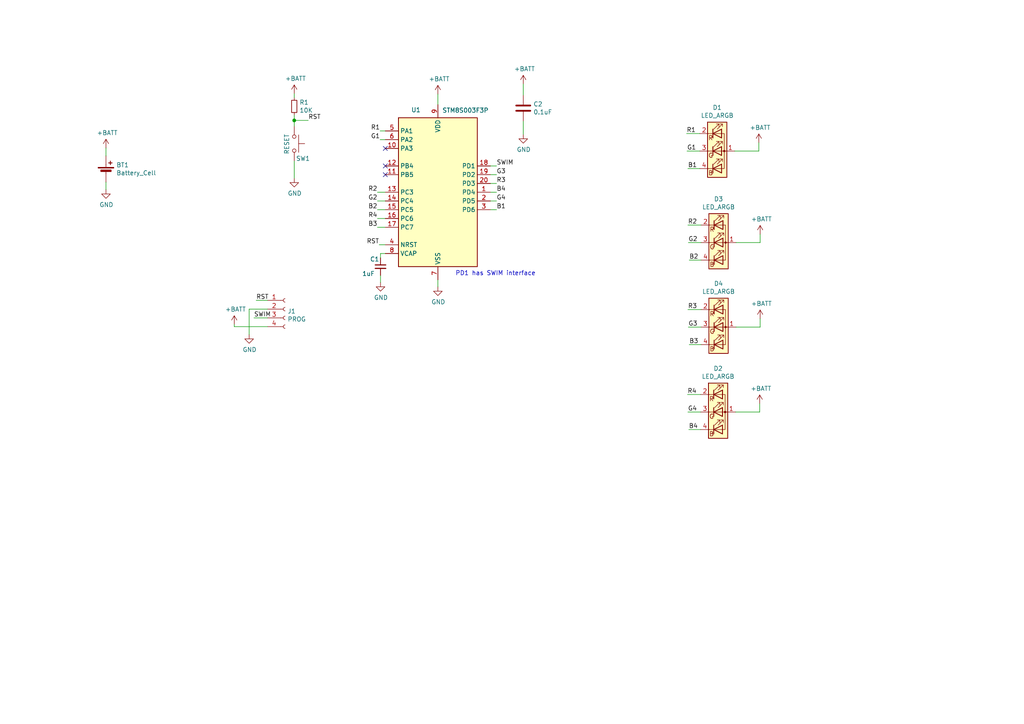
<source format=kicad_sch>
(kicad_sch (version 20230121) (generator eeschema)
  (paper "A4")
  (title_block (title "Sam`s Badge") (date "2020-02-13") (rev "0.1") (company "Electronic Cats") (comment 3 "Eduardo Contreras") (comment 4 "Andres Sabas"))
  (lib_symbols
    (symbol "BadgeSam-rescue:Conn_01x04_Female-Connector" (pin_names (offset 1.016) hide)
      (property "Reference" "J" (at 0 5.08 0))
      (property "Value" "Connector_Conn_01x04_Female" (at 0 -7.62 0))
      (symbol "Conn_01x04_Female-Connector_1_1"
        (arc (start 0 -4.572) (mid -0.5058 -5.08) (end 0 -5.588) (stroke (width 0.1524)))
        (arc (start 0 -2.032) (mid -0.5058 -2.54) (end 0 -3.048) (stroke (width 0.1524)))
        (polyline (pts (xy -1.27 -5.08) (xy -0.508 -5.08)) (stroke (width 0.1524)))
        (polyline (pts (xy -1.27 -2.54) (xy -0.508 -2.54)) (stroke (width 0.1524)))
        (polyline (pts (xy -1.27 0) (xy -0.508 0)) (stroke (width 0.1524)))
        (polyline (pts (xy -1.27 2.54) (xy -0.508 2.54)) (stroke (width 0.1524)))
        (arc (start 0 0.508) (mid -0.5058 0) (end 0 -0.508) (stroke (width 0.1524)))
        (arc (start 0 3.048) (mid -0.5058 2.54) (end 0 2.032) (stroke (width 0.1524)))
        (pin passive line (at -5.08 2.54 0) (length 3.81) (name "Pin_1") (number "1"))
        (pin passive line (at -5.08 0 0) (length 3.81) (name "Pin_2") (number "2"))
        (pin passive line (at -5.08 -2.54 0) (length 3.81) (name "Pin_3") (number "3"))
        (pin passive line (at -5.08 -5.08 0) (length 3.81) (name "Pin_4") (number "4"))
      )
    )
    (symbol "Device:Battery_Cell" (pin_numbers hide) (pin_names (offset 0) hide)
      (property "Reference" "BT" (at 2.54 2.54 0))
      (property "Value" "Battery_Cell" (at 2.54 0 0))
      (symbol "Battery_Cell_0_1"
        (rectangle (start -2.286 1.778) (end 2.286 1.524) (fill (type outline)))
        (rectangle (start -1.524 1.016) (end 1.524 0.508) (fill (type outline)))
        (polyline (pts (xy 0 0.762) (xy 0 0)))
        (polyline (pts (xy 0 1.778) (xy 0 2.54)))
        (polyline (pts (xy 0.762 3.048) (xy 1.778 3.048)) (stroke (width 0.254)))
        (polyline (pts (xy 1.27 3.556) (xy 1.27 2.54)) (stroke (width 0.254)))
      )
      (symbol "Battery_Cell_1_1"
        (pin passive line (at 0 5.08 270) (length 2.54) (name "+") (number "1"))
        (pin passive line (at 0 -2.54 90) (length 2.54) (name "-") (number "2"))
      )
    )
    (symbol "Device:C" (pin_numbers hide) (pin_names (offset 0.254))
      (property "Reference" "C" (at 0.635 2.54 0))
      (property "Value" "C" (at 0.635 -2.54 0))
      (symbol "C_0_1"
        (polyline (pts (xy -2.032 -0.762) (xy 2.032 -0.762)) (stroke (width 0.508)))
        (polyline (pts (xy -2.032 0.762) (xy 2.032 0.762)) (stroke (width 0.508)))
      )
      (symbol "C_1_1"
        (pin passive line (at 0 3.81 270) (length 2.794) (name "~") (number "1"))
        (pin passive line (at 0 -3.81 90) (length 2.794) (name "~") (number "2"))
      )
    )
    (symbol "Device:C_Small" (pin_numbers hide) (pin_names (offset 0.254) hide)
      (property "Reference" "C" (at 0.254 1.778 0))
      (property "Value" "C_Small" (at 0.254 -2.032 0))
      (symbol "C_Small_0_1"
        (polyline (pts (xy -1.524 -0.508) (xy 1.524 -0.508)) (stroke (width 0.3302)))
        (polyline (pts (xy -1.524 0.508) (xy 1.524 0.508)) (stroke (width 0.3048)))
      )
      (symbol "C_Small_1_1"
        (pin passive line (at 0 2.54 270) (length 2.032) (name "~") (number "1"))
        (pin passive line (at 0 -2.54 90) (length 2.032) (name "~") (number "2"))
      )
    )
    (symbol "Device:LED_ARGB" (pin_names (offset 0) hide)
      (property "Reference" "D" (at 0 9.398 0))
      (property "Value" "LED_ARGB" (at 0 -8.89 0))
      (symbol "LED_ARGB_0_0"
        (text "B" (at -1.905 -6.35 0) (effects (font (size 1.27 1.27))))
        (text "G" (at -1.905 -1.27 0) (effects (font (size 1.27 1.27))))
        (text "R" (at -1.905 3.81 0) (effects (font (size 1.27 1.27))))
      )
      (symbol "LED_ARGB_0_1"
        (polyline (pts (xy -1.27 -5.08) (xy -2.54 -5.08)))
        (polyline (pts (xy -1.27 -5.08) (xy 1.27 -5.08)))
        (polyline (pts (xy -1.27 -3.81) (xy -1.27 -6.35)) (stroke (width 0.254)))
        (polyline (pts (xy -1.27 0) (xy -2.54 0)))
        (polyline (pts (xy -1.27 1.27) (xy -1.27 -1.27)) (stroke (width 0.254)))
        (polyline (pts (xy -1.27 5.08) (xy -2.54 5.08)))
        (polyline (pts (xy -1.27 5.08) (xy 1.27 5.08)))
        (polyline (pts (xy -1.27 6.35) (xy -1.27 3.81)) (stroke (width 0.254)))
        (polyline (pts (xy 1.27 0) (xy -1.27 0)))
        (polyline (pts (xy 1.27 0) (xy 2.54 0)))
        (polyline (pts (xy -1.27 1.27) (xy -1.27 -1.27) (xy -1.27 -1.27)))
        (polyline (pts (xy -1.27 6.35) (xy -1.27 3.81) (xy -1.27 3.81)))
        (polyline (pts (xy 1.27 -5.08) (xy 2.032 -5.08) (xy 2.032 5.08) (xy 1.27 5.08)))
        (polyline (pts (xy 1.27 -3.81) (xy 1.27 -6.35) (xy -1.27 -5.08) (xy 1.27 -3.81)) (stroke (width 0.254)))
        (polyline (pts (xy 1.27 1.27) (xy 1.27 -1.27) (xy -1.27 0) (xy 1.27 1.27)) (stroke (width 0.254)))
        (polyline (pts (xy 1.27 6.35) (xy 1.27 3.81) (xy -1.27 5.08) (xy 1.27 6.35)) (stroke (width 0.254)))
        (polyline (pts (xy -1.016 -3.81) (xy 0.508 -2.286) (xy -0.254 -2.286) (xy 0.508 -2.286) (xy 0.508 -3.048)))
        (polyline (pts (xy -1.016 1.27) (xy 0.508 2.794) (xy -0.254 2.794) (xy 0.508 2.794) (xy 0.508 2.032)))
        (polyline (pts (xy -1.016 6.35) (xy 0.508 7.874) (xy -0.254 7.874) (xy 0.508 7.874) (xy 0.508 7.112)))
        (polyline (pts (xy 0 -3.81) (xy 1.524 -2.286) (xy 0.762 -2.286) (xy 1.524 -2.286) (xy 1.524 -3.048)))
        (polyline (pts (xy 0 1.27) (xy 1.524 2.794) (xy 0.762 2.794) (xy 1.524 2.794) (xy 1.524 2.032)))
        (polyline (pts (xy 0 6.35) (xy 1.524 7.874) (xy 0.762 7.874) (xy 1.524 7.874) (xy 1.524 7.112)))
        (rectangle (start 1.27 -1.27) (end 1.27 1.27))
        (rectangle (start 1.27 1.27) (end 1.27 1.27))
        (rectangle (start 1.27 3.81) (end 1.27 6.35))
        (rectangle (start 1.27 6.35) (end 1.27 6.35))
        (circle (center 2.032 0) (radius 0.254) (fill (type outline)))
        (rectangle (start 2.794 8.382) (end -2.794 -7.62) (stroke (width 0.254)) (fill (type background)))
      )
      (symbol "LED_ARGB_1_1"
        (pin passive line (at 5.08 0 180) (length 2.54) (name "A") (number "1"))
        (pin passive line (at -5.08 5.08 0) (length 2.54) (name "RK") (number "2"))
        (pin passive line (at -5.08 0 0) (length 2.54) (name "GK") (number "3"))
        (pin passive line (at -5.08 -5.08 0) (length 2.54) (name "BK") (number "4"))
      )
    )
    (symbol "Device:R_Small" (pin_numbers hide) (pin_names (offset 0.254) hide)
      (property "Reference" "R" (at 0.762 0.508 0))
      (property "Value" "R_Small" (at 0.762 -1.016 0))
      (symbol "R_Small_0_1"
        (rectangle (start -0.762 1.778) (end 0.762 -1.778) (stroke (width 0.2032)))
      )
      (symbol "R_Small_1_1"
        (pin passive line (at 0 2.54 270) (length 0.762) (name "~") (number "1"))
        (pin passive line (at 0 -2.54 90) (length 0.762) (name "~") (number "2"))
      )
    )
    (symbol "MCU_ST_STM8:STM8S003F3P"
      (property "Reference" "U" (at 1.27 25.4 0))
      (property "Value" "STM8S003F3P" (at 1.27 22.86 0))
      (symbol "STM8S003F3P_0_1"
        (rectangle (start -11.43 21.59) (end 11.43 -21.59) (stroke (width 0.254)) (fill (type background)))
      )
      (symbol "STM8S003F3P_1_1"
        (pin bidirectional line (at 15.24 0 180) (length 3.81) (name "PD4") (number "1"))
        (pin bidirectional line (at -15.24 12.7 0) (length 3.81) (name "PA3") (number "10"))
        (pin bidirectional line (at -15.24 5.08 0) (length 3.81) (name "PB5") (number "11"))
        (pin bidirectional line (at -15.24 7.62 0) (length 3.81) (name "PB4") (number "12"))
        (pin bidirectional line (at -15.24 0 0) (length 3.81) (name "PC3") (number "13"))
        (pin bidirectional line (at -15.24 -2.54 0) (length 3.81) (name "PC4") (number "14"))
        (pin bidirectional line (at -15.24 -5.08 0) (length 3.81) (name "PC5") (number "15"))
        (pin bidirectional line (at -15.24 -7.62 0) (length 3.81) (name "PC6") (number "16"))
        (pin bidirectional line (at -15.24 -10.16 0) (length 3.81) (name "PC7") (number "17"))
        (pin bidirectional line (at 15.24 7.62 180) (length 3.81) (name "PD1") (number "18"))
        (pin bidirectional line (at 15.24 5.08 180) (length 3.81) (name "PD2") (number "19"))
        (pin bidirectional line (at 15.24 -2.54 180) (length 3.81) (name "PD5") (number "2"))
        (pin bidirectional line (at 15.24 2.54 180) (length 3.81) (name "PD3") (number "20"))
        (pin bidirectional line (at 15.24 -5.08 180) (length 3.81) (name "PD6") (number "3"))
        (pin input line (at -15.24 -15.24 0) (length 3.81) (name "NRST") (number "4"))
        (pin bidirectional line (at -15.24 17.78 0) (length 3.81) (name "PA1") (number "5"))
        (pin bidirectional line (at -15.24 15.24 0) (length 3.81) (name "PA2") (number "6"))
        (pin power_in line (at 0 -25.4 90) (length 3.81) (name "VSS") (number "7"))
        (pin passive line (at -15.24 -17.78 0) (length 3.81) (name "VCAP") (number "8"))
        (pin power_in line (at 0 25.4 270) (length 3.81) (name "VDD") (number "9"))
      )
    )
    (symbol "Switch:SW_Push" (pin_numbers hide) (pin_names (offset 1.016) hide)
      (property "Reference" "SW" (at 1.27 2.54 0))
      (property "Value" "SW_Push" (at 0 -1.524 0))
      (symbol "SW_Push_0_1"
        (circle (center -2.032 0) (radius 0.508))
        (polyline (pts (xy 0 1.27) (xy 0 3.048)))
        (polyline (pts (xy 2.54 1.27) (xy -2.54 1.27)))
        (circle (center 2.032 0) (radius 0.508))
        (pin passive line (at -5.08 0 0) (length 2.54) (name "1") (number "1"))
        (pin passive line (at 5.08 0 180) (length 2.54) (name "2") (number "2"))
      )
    )
    (symbol "power:+BATT" (power) (pin_names (offset 0))
      (property "Value" "+BATT" (at 0 3.556 0))
      (symbol "+BATT_0_1"
        (polyline (pts (xy -0.762 1.27) (xy 0 2.54)))
        (polyline (pts (xy 0 0) (xy 0 2.54)))
        (polyline (pts (xy 0 2.54) (xy 0.762 1.27)))
      )
      (symbol "+BATT_1_1"
        (pin power_in line (at 0 0 90) (length 0) hide (name "+BATT") (number "1"))
      )
    )
    (symbol "power:GND" (power) (pin_names (offset 0))
      (property "Value" "GND" (at 0 -3.81 0))
      (symbol "GND_0_1"
        (polyline (pts (xy 0 0) (xy 0 -1.27) (xy 1.27 -1.27) (xy 0 -2.54) (xy -1.27 -1.27) (xy 0 -1.27)))
      )
      (symbol "GND_1_1"
        (pin power_in line (at 0 0 270) (length 0) hide (name "GND") (number "1"))
      )
    )
  )
  (junction (at 85.344 34.925))
  (no_connect (at 111.76 50.673))
  (no_connect (at 111.76 43.053))
  (no_connect (at 111.76 48.133))
  (wire (pts (xy 203.327 94.869) (xy 199.644 94.869)))
  (wire (pts (xy 111.76 70.993) (xy 109.982 70.993)))
  (wire (pts (xy 213.487 70.358) (xy 220.472 70.358)))
  (wire (pts (xy 110.236 40.513) (xy 111.76 40.513)))
  (wire (pts (xy 202.946 48.895) (xy 199.517 48.895)))
  (wire (pts (xy 110.236 37.973) (xy 111.76 37.973)))
  (wire (pts (xy 144.018 58.293) (xy 142.24 58.293)))
  (wire (pts (xy 111.76 55.753) (xy 109.474 55.753)))
  (wire (pts (xy 203.327 89.789) (xy 199.517 89.789)))
  (wire (pts (xy 151.765 38.989) (xy 151.765 35.179)))
  (wire (pts (xy 203.2 124.587) (xy 199.771 124.587)))
  (wire (pts (xy 85.344 46.736) (xy 85.344 51.689)))
  (wire (pts (xy 220.472 70.358) (xy 220.472 67.945)))
  (wire (pts (xy 67.945 94.742) (xy 67.945 94.107)))
  (wire (pts (xy 203.327 65.278) (xy 199.517 65.278)))
  (wire (pts (xy 203.327 75.438) (xy 199.898 75.438)))
  (wire (pts (xy 144.018 55.753) (xy 142.24 55.753)))
  (wire (pts (xy 220.345 119.507) (xy 220.345 117.094)))
  (wire (pts (xy 220.472 94.869) (xy 220.472 92.456)))
  (wire (pts (xy 142.24 48.133) (xy 144.018 48.133)))
  (wire (pts (xy 89.408 34.925) (xy 85.344 34.925)))
  (wire (pts (xy 111.76 63.373) (xy 109.474 63.373)))
  (wire (pts (xy 220.091 43.815) (xy 220.091 41.402)))
  (wire (pts (xy 85.344 33.401) (xy 85.344 34.925)))
  (wire (pts (xy 77.597 87.122) (xy 74.295 87.122)))
  (wire (pts (xy 144.018 60.833) (xy 142.24 60.833)))
  (wire (pts (xy 127 27.305) (xy 127 30.353)))
  (wire (pts (xy 202.946 38.735) (xy 199.136 38.735)))
  (wire (pts (xy 213.36 119.507) (xy 220.345 119.507)))
  (wire (pts (xy 67.945 94.742) (xy 77.597 94.742)))
  (wire (pts (xy 110.363 79.883) (xy 110.363 81.915)))
  (wire (pts (xy 72.263 89.662) (xy 77.597 89.662)))
  (wire (pts (xy 30.734 52.832) (xy 30.734 54.991)))
  (wire (pts (xy 203.327 99.949) (xy 199.898 99.949)))
  (wire (pts (xy 110.363 73.533) (xy 110.363 74.803)))
  (wire (pts (xy 127 83.185) (xy 127 81.153)))
  (wire (pts (xy 144.018 53.213) (xy 142.24 53.213)))
  (wire (pts (xy 151.765 27.559) (xy 151.765 24.384)))
  (wire (pts (xy 213.106 43.815) (xy 220.091 43.815)))
  (wire (pts (xy 85.344 34.925) (xy 85.344 36.576)))
  (wire (pts (xy 111.76 60.833) (xy 109.474 60.833)))
  (wire (pts (xy 203.2 119.507) (xy 199.517 119.507)))
  (wire (pts (xy 111.76 73.533) (xy 110.363 73.533)))
  (wire (pts (xy 144.018 50.673) (xy 142.24 50.673)))
  (wire (pts (xy 109.474 65.913) (xy 111.76 65.913)))
  (wire (pts (xy 30.734 45.212) (xy 30.734 42.926)))
  (wire (pts (xy 203.327 70.358) (xy 199.644 70.358)))
  (wire (pts (xy 109.474 58.293) (xy 111.76 58.293)))
  (wire (pts (xy 77.597 92.202) (xy 73.66 92.202)))
  (wire (pts (xy 85.344 28.321) (xy 85.344 27.178)))
  (wire (pts (xy 213.487 94.869) (xy 220.472 94.869)))
  (wire (pts (xy 72.263 97.028) (xy 72.263 89.662)))
  (wire (pts (xy 203.2 114.427) (xy 199.39 114.427)))
  (wire (pts (xy 202.946 43.815) (xy 199.263 43.815)))
  (text "PD1 has SWIM interface" (at 132.08 80.137 0) (effects (font (size 1.27 1.27)) (justify left bottom)))
  (label "B2" (at 109.474 60.833 180))
  (label "B2" (at 199.898 75.438 0))
  (label "RST" (at 89.408 34.925 0))
  (label "R1" (at 199.136 38.735 0))
  (label "G1" (at 199.263 43.815 0))
  (label "R3" (at 199.517 89.789 0))
  (label "B1" (at 144.018 60.833 0))
  (label "G3" (at 199.644 94.869 0))
  (label "B4" (at 144.018 55.753 0))
  (label "G1" (at 110.236 40.513 180))
  (label "G3" (at 144.018 50.673 0))
  (label "R2" (at 109.474 55.753 180))
  (label "G2" (at 199.644 70.358 0))
  (label "SWIM" (at 73.66 92.202 0))
  (label "G4" (at 144.018 58.293 0))
  (label "R2" (at 199.517 65.278 0))
  (label "G2" (at 109.474 58.293 180))
  (label "G4" (at 199.517 119.507 0))
  (label "B3" (at 109.474 65.913 180))
  (label "RST" (at 109.982 70.993 180))
  (label "R4" (at 109.474 63.373 180))
  (label "R3" (at 144.018 53.213 0))
  (label "R1" (at 110.236 37.973 180))
  (label "R4" (at 199.39 114.427 0))
  (label "B3" (at 199.898 99.949 0))
  (label "B1" (at 199.517 48.895 0))
  (label "SWIM" (at 144.018 48.133 0))
  (label "RST" (at 74.295 87.122 0))
  (label "B4" (at 199.771 124.587 0))
  (symbol (lib_id "Device:Battery_Cell") (at 30.734 50.292 0) (unit 1)
    (property "Reference" "BT1" (at 33.7312 47.8536 0) (effects (justify left)))
    (property "Value" "Battery_Cell" (at 33.7312 50.165 0) (effects (justify left)))
    (property "Footprint" "BadgeSam:79523141" (effects hide))
  )
  (symbol (lib_id "power:+BATT") (at 30.734 42.926 0) (unit 1)
    (property "Reference" "#PWR0101" (effects hide))
    (property "Value" "+BATT" (at 31.115 38.5318 0))
  )
  (symbol (lib_id "power:GND") (at 30.734 54.991 0) (unit 1)
    (property "Reference" "#PWR0102" (effects hide))
    (property "Value" "GND" (at 30.861 59.3852 0))
  )
  (symbol (lib_id "MCU_ST_STM8:STM8S003F3P") (at 127 55.753 0) (unit 1)
    (property "Reference" "U1" (at 120.65 31.877 0))
    (property "Value" "STM8S003F3P" (at 135.001 32.004 0))
    (property "Footprint" "Package_SO:TSSOP-20_4.4x6.5mm_P0.65mm" (effects hide))
    (property "Datasheet" "http://www.st.com/st-web-ui/static/active/en/resource/technical/document/datasheet/DM00024550.pdf" (effects hide))
  )
  (symbol (lib_id "Device:C") (at 151.765 31.369 0) (unit 1)
    (property "Reference" "C2" (at 154.686 30.2006 0) (effects (justify left)))
    (property "Value" "0.1uF" (at 154.686 32.512 0) (effects (justify left)))
    (property "Footprint" "Capacitor_SMD:C_0805_2012Metric_Pad1.15x1.40mm_HandSolder" (effects hide))
  )
  (symbol (lib_id "power:GND") (at 151.765 38.989 0) (unit 1)
    (property "Reference" "#PWR0103" (effects hide))
    (property "Value" "GND" (at 151.892 43.3832 0))
  )
  (symbol (lib_id "Device:C_Small") (at 110.363 77.343 0) (unit 1)
    (property "Reference" "C1" (at 107.315 75.184 0) (effects (justify left)))
    (property "Value" "1uF" (at 105.029 79.375 0) (effects (justify left)))
    (property "Footprint" "Capacitor_SMD:C_0805_2012Metric_Pad1.15x1.40mm_HandSolder" (effects hide))
  )
  (symbol (lib_id "power:GND") (at 127 83.185 0) (unit 1)
    (property "Reference" "#PWR0104" (effects hide))
    (property "Value" "GND" (at 127.127 87.5792 0))
  )
  (symbol (lib_id "power:GND") (at 110.363 81.915 0) (unit 1)
    (property "Reference" "#PWR0106" (effects hide))
    (property "Value" "GND" (at 110.49 86.3092 0))
  )
  (symbol (lib_id "Device:R_Small") (at 85.344 30.861 0) (unit 1)
    (property "Reference" "R1" (at 86.8426 29.6926 0) (effects (justify left)))
    (property "Value" "10K" (at 86.8426 32.004 0) (effects (justify left)))
    (property "Footprint" "Resistor_SMD:R_0805_2012Metric_Pad1.15x1.40mm_HandSolder" (effects hide))
  )
  (symbol (lib_id "power:+BATT") (at 85.344 27.178 0) (unit 1)
    (property "Reference" "#PWR0107" (effects hide))
    (property "Value" "+BATT" (at 85.725 22.7838 0))
  )
  (symbol (lib_id "power:+BATT") (at 151.765 24.384 0) (unit 1)
    (property "Reference" "#PWR0108" (effects hide))
    (property "Value" "+BATT" (at 152.146 19.9898 0))
  )
  (symbol (lib_id "power:+BATT") (at 127 27.305 0) (unit 1)
    (property "Reference" "#PWR0109" (effects hide))
    (property "Value" "+BATT" (at 127.381 22.9108 0))
  )
  (symbol (lib_id "power:+BATT") (at 220.091 41.402 0) (unit 1)
    (property "Reference" "#PWR0110" (effects hide))
    (property "Value" "+BATT" (at 220.472 37.0078 0))
  )
  (symbol (lib_id "power:+BATT") (at 220.472 67.945 0) (unit 1)
    (property "Reference" "#PWR0111" (effects hide))
    (property "Value" "+BATT" (at 220.853 63.5508 0))
  )
  (symbol (lib_id "power:+BATT") (at 220.472 92.456 0) (unit 1)
    (property "Reference" "#PWR0112" (effects hide))
    (property "Value" "+BATT" (at 220.853 88.0618 0))
  )
  (symbol (lib_id "Switch:SW_Push") (at 85.344 41.656 270) (unit 1)
    (property "Reference" "SW1" (at 87.884 45.974 90))
    (property "Value" "RESET" (at 83.185 41.783 0))
    (property "Footprint" "Button_Switch_SMD:SW_SPST_TL3342" (effects hide))
  )
  (symbol (lib_id "power:GND") (at 85.344 51.689 0) (unit 1)
    (property "Reference" "#PWR0105" (effects hide))
    (property "Value" "GND" (at 85.471 56.0832 0))
  )
  (symbol (lib_id "Device:LED_ARGB") (at 208.407 94.869 0) (unit 1)
    (property "Reference" "D4" (at 208.407 82.2452 0))
    (property "Value" "LED_ARGB" (at 208.407 84.5566 0))
    (property "Footprint" "BadgeSam:156120M173000" (effects hide))
  )
  (symbol (lib_id "Device:LED_ARGB") (at 208.28 119.507 0) (unit 1)
    (property "Reference" "D2" (at 208.28 106.8832 0))
    (property "Value" "LED_ARGB" (at 208.28 109.1946 0))
    (property "Footprint" "BadgeSam:156120M173000" (effects hide))
  )
  (symbol (lib_id "Device:LED_ARGB") (at 208.026 43.815 0) (unit 1)
    (property "Reference" "D1" (at 208.026 31.1912 0))
    (property "Value" "LED_ARGB" (at 208.026 33.5026 0))
    (property "Footprint" "BadgeSam:156120M173000" (effects hide))
  )
  (symbol (lib_id "Device:LED_ARGB") (at 208.407 70.358 0) (unit 1)
    (property "Reference" "D3" (at 208.407 57.7342 0))
    (property "Value" "LED_ARGB" (at 208.407 60.0456 0))
    (property "Footprint" "BadgeSam:156120M173000" (effects hide))
  )
  (symbol (lib_id "power:+BATT") (at 220.345 117.094 0) (unit 1)
    (property "Reference" "#PWR01" (effects hide))
    (property "Value" "+BATT" (at 220.726 112.6998 0))
  )
  (symbol (lib_id "BadgeSam-rescue:Conn_01x04_Female-Connector") (at 82.677 89.662 0) (unit 1)
    (property "Reference" "J1" (at 83.3882 90.2716 0) (effects (justify left)))
    (property "Value" "PROG" (at 83.3882 92.583 0) (effects (justify left)))
    (property "Footprint" "Connector_PinHeader_2.54mm:PinHeader_1x04_P2.54mm_Vertical" (effects hide))
  )
  (symbol (lib_id "power:+BATT") (at 67.945 94.107 0) (unit 1)
    (property "Reference" "#PWR02" (effects hide))
    (property "Value" "+BATT" (at 68.326 89.7128 0))
  )
  (symbol (lib_id "power:GND") (at 72.263 97.028 0) (unit 1)
    (property "Reference" "#PWR03" (effects hide))
    (property "Value" "GND" (at 72.39 101.4222 0))
  )
)
</source>
